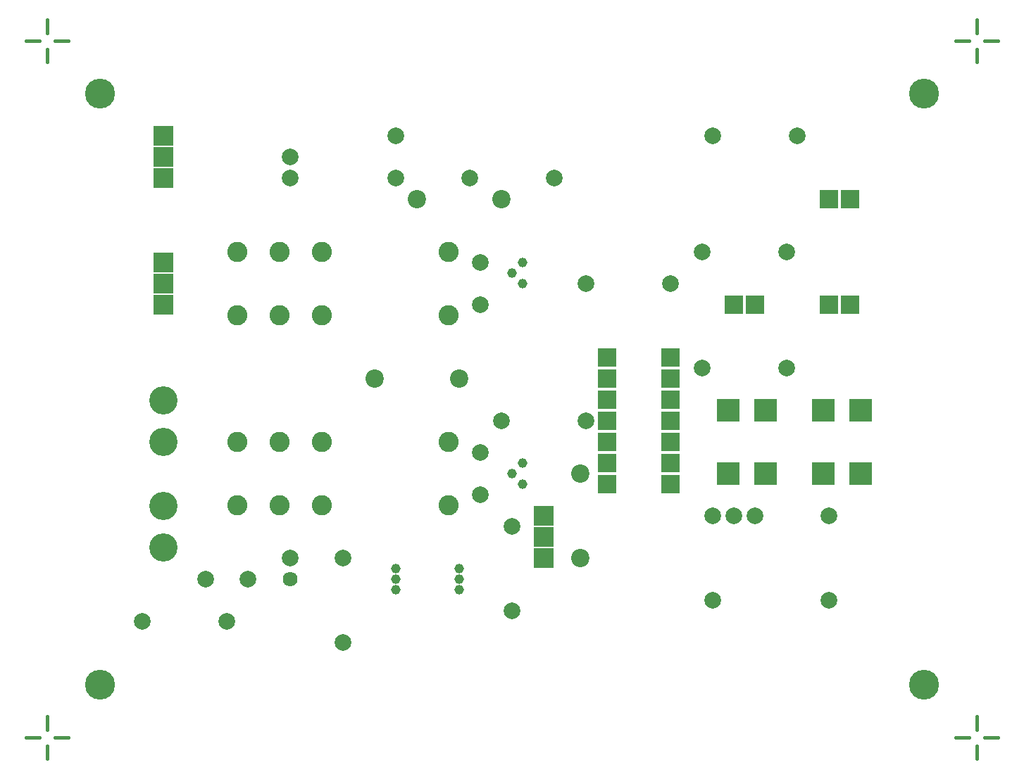
<source format=gbr>
G04                                                                  *
G04 SOURCE        : LAYO1 PCB.EXE VERSION 10                         *
G04 FORMAT        : GERBER RS-274X, Inch, 2.4, Leading Zero          *
G04 TITLE         : CNC3018SWITCHERV4011_SOLDERMASK BOTTOM           *
G04 TIME          : Thursday, May 18, 2023  21:32:57                 *
G04                                                                  *
G04 Board width   : 125.000 mm. =  4.9213 inch                       *
G04 Board height  :  94.000 mm. =  3.7008 inch                       *
G04 Board offset  :   0.000 mm. =  0.0000 inch                       *
G04 Board offset  :   0.000 mm. =  0.0000 inch                       *
G04                                                                  *
G04 Apertures:                                                       *
G04       Type          X       Y             X       Y        Used  *
G04                      Inches                Metric                *
G04 D10   Round       0.1417  0.1417        3.600   3.600         4  *
G04 D11   Round       0.0866  0.0866        2.200   2.200         6  *
G04 D12   Round       0.0787  0.0787        2.000   2.000        35  *
G04 D13   Round       0.0701  0.0701        1.780   1.780         1  *
G04 D14   Rectangle   0.0866  0.0866        2.200   2.200        20  *
G04 D15   Square      0.0945  0.0945        2.400   2.400         9  *
G04 D16   Round       0.1339  0.1339        3.400   3.400         4  *
G04 D17   Round       0.0953  0.0953        2.420   2.420        16  *
G04 D18   Round       0.0457  0.0457        1.160   1.160        12  *
G04 D19   Draw        0.0157  0.0157        0.400   0.400        32  *
G04 D20   Rectangle   0.1063  0.1063        2.700   2.700         8  *
G04                                                                  *
%FSLAX24Y24*
MOIN*
SFA1.0B1.0*%
%ADD10C,0.1417*%
%ADD11C,0.0866*%
%ADD12C,0.0787*%
%ADD13C,0.0701*%
%ADD14R,0.0866X0.0866*%
%ADD15R,0.0945X0.0945*%
%ADD16C,0.1339*%
%ADD17C,0.0953*%
%ADD18C,0.0457*%
%ADD19C,0.0157*%
%ADD20R,0.1063X0.1063*%
%LNSOLDERMASK BOTTOM*%
G54D10*
X005000Y033008D03*
X044000Y033008D03*
X044000Y005008D03*
X005000Y005008D03*
G54D11*
X020000Y028008D03*
X024000Y028008D03*
X022000Y019508D03*
X018000Y019508D03*
X027750Y011008D03*
X027750Y015008D03*
G54D12*
X014000Y030008D03*
X014000Y029008D03*
X019000Y031008D03*
X019000Y029008D03*
X035000Y013008D03*
X036000Y013008D03*
X014000Y011008D03*
X023000Y023008D03*
X023000Y025008D03*
X023000Y014008D03*
X023000Y016008D03*
X010000Y010008D03*
X012000Y010008D03*
X039500Y009008D03*
X039500Y013008D03*
X026500Y029008D03*
X022500Y029008D03*
X033500Y025508D03*
X037500Y025508D03*
X034000Y009008D03*
X034000Y013008D03*
X032000Y024008D03*
X028000Y024008D03*
X033500Y020008D03*
X037500Y020008D03*
X028000Y017508D03*
X024000Y017508D03*
X024500Y008508D03*
X024500Y012508D03*
X038000Y031008D03*
X034000Y031008D03*
X011000Y008008D03*
X007000Y008008D03*
X016500Y011008D03*
X016500Y007008D03*
G54D13*
X014000Y010008D03*
G54D14*
X039500Y023008D03*
X040500Y023008D03*
X035000Y023008D03*
X036000Y023008D03*
X039500Y028008D03*
X040500Y028008D03*
X032000Y014508D03*
X032000Y015508D03*
X032000Y016508D03*
X032000Y017508D03*
X032000Y018508D03*
X032000Y019508D03*
X032000Y020508D03*
X029000Y020508D03*
X029000Y019508D03*
X029000Y018508D03*
X029000Y017508D03*
X029000Y016508D03*
X029000Y015508D03*
X029000Y014508D03*
G54D15*
X008000Y031008D03*
X008000Y030008D03*
X008000Y029008D03*
X008000Y025008D03*
X008000Y024008D03*
X008000Y023008D03*
X026000Y013008D03*
X026000Y012008D03*
X026000Y011008D03*
G54D16*
X008000Y016508D03*
X008000Y018476D03*
X008000Y011508D03*
X008000Y013476D03*
G54D17*
X021500Y025508D03*
X021500Y022508D03*
X013500Y025508D03*
X015500Y025508D03*
X011500Y025508D03*
X013500Y022508D03*
X015500Y022508D03*
X011500Y022508D03*
X021500Y016508D03*
X021500Y013508D03*
X013500Y016508D03*
X015500Y016508D03*
X011500Y016508D03*
X013500Y013508D03*
X015500Y013508D03*
X011500Y013508D03*
G54D18*
X025000Y025008D03*
X024500Y024508D03*
X025000Y024008D03*
X025000Y015508D03*
X024500Y015008D03*
X025000Y014508D03*
X022000Y010508D03*
X022000Y010008D03*
X022000Y009508D03*
X019000Y010508D03*
X019000Y010008D03*
X019000Y009508D03*
G54D19*
X002125Y035508D02*
X001500Y035508D01*
X002500Y035133D02*
X002500Y034508D01*
X002875Y035508D02*
X003500Y035508D01*
X002500Y035883D02*
X002500Y036508D01*
X046125Y035508D02*
X045500Y035508D01*
X046500Y035133D02*
X046500Y034508D01*
X046875Y035508D02*
X047500Y035508D01*
X046500Y035883D02*
X046500Y036508D01*
X046125Y002508D02*
X045500Y002508D01*
X046500Y002133D02*
X046500Y001508D01*
X046875Y002508D02*
X047500Y002508D01*
X046500Y002883D02*
X046500Y003508D01*
X002125Y002508D02*
X001500Y002508D01*
X002500Y002133D02*
X002500Y001508D01*
X002875Y002508D02*
X003500Y002508D01*
X002500Y002883D02*
X002500Y003508D01*
G54D20*
X041000Y015008D03*
X041000Y018008D03*
X039250Y018008D03*
X039250Y015008D03*
X036500Y015008D03*
X036500Y018008D03*
X034750Y018008D03*
X034750Y015008D03*
M02*

</source>
